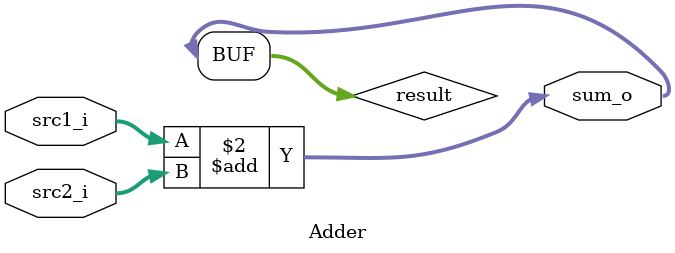
<source format=v>

module Adder(
    src1_i,
	src2_i,
	sum_o
	);

input  [32-1:0]  src1_i;
input  [32-1:0]	 src2_i;
output [32-1:0]	 sum_o;

wire   [32-1:0]	 sum_o;

reg    [32-1:0]  result;

always@(*)begin
    result = {src1_i + src2_i};
end

assign sum_o = result;

endmodule
</source>
